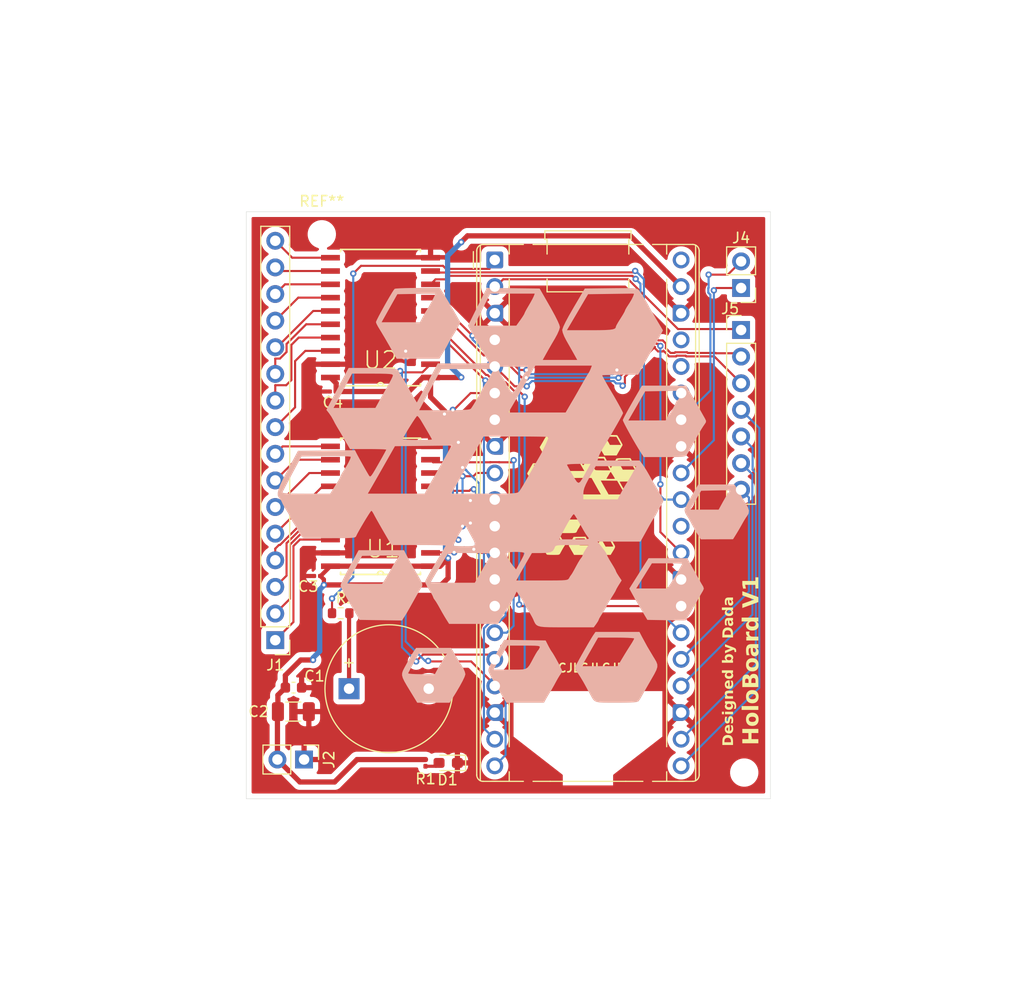
<source format=kicad_pcb>
(kicad_pcb (version 20241229) (generator "pcbnew") (generator_version "9.0")
  (layers (0 "F.Cu" signal "Front") (4 "In1.Cu" signal) (6 "In2.Cu" signal) (2 "B.Cu" signal "Back") (13 "F.Paste" user) (15 "B.Paste" user) (5 "F.SilkS" user "F.Silkscreen") (7 "B.SilkS" user "B.Silkscreen") (1 "F.Mask" user) (3 "B.Mask" user) (25 "Edge.Cuts" user))
  (net 0 "")
  (net 1 "GND")
  (net 2 "RGB-9")
  (net 4 "RGB-2")
  (net 5 "RGB-13")
  (net 7 "RGB-3")
  (net 8 "U1-VCC")
  (net 9 "RGB-1")
  (net 11 "RGB-6")
  (net 12 "RGB-8")
  (net 13 "RGB-5")
  (net 14 "RGB-10")
  (net 15 "RGB-15")
  (net 16 "RGB-14")
  (net 17 "RGB-7")
  (net 18 "RGB-12")
  (net 19 "RGB-4")
  (net 20 "RGB-0")
  (net 22 "RGB-11")
  (net 23 "Net-(D1-A)")
  (net 24 "Layer-6")
  (net 25 "Layer-9")
  (net 26 "Layer-3")
  (net 27 "Layer-5")
  (net 28 "Layer-10")
  (net 29 "Layer-12")
  (net 30 "Layer-8")
  (net 31 "Layer-0")
  (net 32 "Layer-2")
  (net 33 "Layer-1")
  (net 34 "Layer-11")
  (net 35 "Layer-7")
  (net 36 "Layer-14")
  (net 37 "Layer-13")
  (net 38 "Layer-15")
  (net 39 "Layer-4")
  (net 40 "Aux-5")
  (net 41 "Aux-4")
  (net 42 "Aux-1")
  (net 43 "Aux_ADC-0")
  (net 44 "Run")
  (net 45 "Aux-6")
  (net 46 "Aux-3")
  (net 47 "Aux-7")
  (net 48 "Aux-2")
  (net 49 "Aux-0")
  (net 50 "Aux_ADC-1")
  (net 51 "Net-(BZ1-+)")
  (footprint "Resistor_SMD:R_0603_1608Metric" (layer "F.Cu") (at 123 88.3)
    (property "Reference" "R2")
    (property "Value" "100")
  )
  (footprint "MountingHole:MountingHole_2.2mm_M2" (layer "F.Cu") (at 121.2 52.15)
    (property "Reference" "REF**")
    (property "Value" "MountingHole_2.2mm_M2")
  )
  (footprint "Capacitor_SMD:C_0201_0603Metric" (layer "F.Cu") (at 120.75 84.75 180)
    (property "Reference" "C3")
    (property "Value" "0.1 µF")
  )
  (footprint "LED_SMD:LED_0603_1608Metric_Pad1.05x0.95mm_HandSolder" (layer "F.Cu") (at 133.26 102.58 180)
    (property "Reference" "D1")
    (property "Value" "LED")
  )
  (footprint "Capacitor_SMD:C_0603_1608Metric" (layer "F.Cu") (at 118.5 95.4)
    (property "Reference" "C1")
    (property "Value" "0.1 µF")
  )
  (footprint "Resistor_SMD:R_0201_0603Metric" (layer "F.Cu") (at 131.09 102.58 90)
    (property "Reference" "R1")
    (property "Value" "470")
  )
  (footprint "74HCT245D:SOIC127P1032X265-20N" (layer "F.Cu") (at 126.8 78.1 180)
    (property "Reference" "U1")
    (property "Value" "74HCT245D")
  )
  (footprint "Connector_PinHeader_2.54mm:PinHeader_1x16_P2.54mm_Vertical" (layer "F.Cu") (at 116.76 90.87 180)
    (property "Reference" "J1")
    (property "Value" "Conn_01x16_Pin")
  )
  (footprint "Capacitor_SMD:C_0201_0603Metric" (layer "F.Cu") (at 122.25 67.15 180)
    (property "Reference" "C4")
    (property "Value" "0.1 µF")
  )
  (footprint "Capacitor_SMD:C_1206_3216Metric" (layer "F.Cu") (at 118.487 97.686)
    (property "Reference" "C2")
    (property "Value" "10 µF")
  )
  (footprint "74HCT245D:SOIC127P1032X265-20N" (layer "F.Cu") (at 126.8 60.1 180)
    (property "Reference" "U2")
    (property "Value" "74HCT245D")
  )
  (footprint "Module:RaspberryPi_Pico_Common_THT" (layer "F.Cu") (at 137.7 54.6)
    (property "Reference" "A1" (hide yes))
    (property "Value" "RaspberryPi_Pico_W")
  )
  (footprint "Connector_PinHeader_2.54mm:PinHeader_1x07_P2.54mm_Vertical" (layer "F.Cu") (at 161.2 61.28)
    (property "Reference" "J5")
    (property "Value" "Digital Pins")
  )
  (footprint "LOGO" (layer "F.Cu") (at 146.1 77)
    (property "Reference" "G***" (hide yes))
    (property "Value" "LOGO" (hide yes))
  )
  (footprint "Connector_PinHeader_2.54mm:PinHeader_1x02_P2.54mm_Vertical" (layer "F.Cu") (at 119.508 102.258 -90)
    (property "Reference" "J2")
    (property "Value" "Power Rail")
  )
  (footprint "Buzzer_Beeper:Buzzer_12x9.5RM7.6" (layer "F.Cu") (at 123.8 95.5)
    (property "Reference" "BZ1")
    (property "Value" "Buzzer")
  )
  (footprint "MountingHole:MountingHole_2.2mm_M2" (layer "F.Cu") (at 161.5 103.5)
    (property "Reference" "REF**" (hide yes))
    (property "Value" "MountingHole_2.2mm_M2")
  )
  (footprint "Connector_PinHeader_2.54mm:PinHeader_1x02_P2.54mm_Vertical" (layer "F.Cu") (at 161.2 57.275 180)
    (property "Reference" "J4")
    (property "Value" "Analog Pins")
  )
  (footprint "LOGO" (layer "B.Cu") (at 139.5 77 180)
    (property "Reference" "G***" (hide yes))
    (property "Value" "LOGO" (hide yes))
  )
  (gr_line (start 114 106) (end 114 50) (stroke (width 0.0381)) (layer "Edge.Cuts"))
  (gr_line (start 164 50) (end 164 106) (stroke (width 0.0381)) (layer "Edge.Cuts"))
  (gr_line (start 164 106) (end 114 106) (stroke (width 0.0381)) (layer "Edge.Cuts"))
  (gr_line (start 114 50) (end 164 50) (stroke (width 0.0381)) (layer "Edge.Cuts"))
  (gr_text "Designed by Dada" (at 160.6 101 90) (layer "F.SilkS") (effects (font (size 1 1) (thickness 0.1524) (bold yes)) (justify left bottom)))
  (gr_text "JLCJLCJLCJLC" (at 142.35 94 0) (layer "F.SilkS") (effects (font (size 0.8128 0.8128) (thickness 0.1524) (bold yes)) (justify left bottom)))
  (gr_text "HoloBoard V1" (at 163.1 100.9 90) (layer "F.SilkS") (effects (font (size 1.5 1.5) (thickness 0.1524) (bold yes)) (justify left bottom)))
  (segment (start 137.7 95.15) (end 137.7 95.24) (width 0.2) (layer "F.Cu") (net 2))
  (segment (start 131.35 92.85) (end 131.4 92.9) (width 0.2) (layer "F.Cu") (net 2))
  (segment (start 131.5752 63.275) (end 129.225 63.275) (width 0.2) (layer "F.Cu") (net 2))
  (segment (start 131.4 92.9) (end 135.45 92.9) (width 0.2) (layer "F.Cu") (net 2))
  (segment (start 135.45 92.9) (end 137.7 95.15) (width 0.2) (layer "F.Cu") (net 2))
  (segment (start 129.225 63.275) (end 129.2 63.3) (width 0.2) (layer "F.Cu") (net 2))
  (via (at 129.2 63.3) (size 0.6) (drill 0.3) (layers "F.Cu" "B.Cu") (net 2))
  (via (at 131.35 92.85) (size 0.6) (drill 0.3) (layers "F.Cu" "B.Cu") (net 2))
  (segment (start 129.2 91) (end 129.2 63.3) (width 0.2) (layer "B.Cu") (net 2))
  (segment (start 131.05 92.85) (end 129.2 91) (width 0.2) (layer "B.Cu") (net 2))
  (segment (start 131.35 92.85) (end 131.05 92.85) (width 0.2) (layer "B.Cu") (net 2))
  (segment (start 131.5752 80.005) (end 134.622 80.005) (width 0.2) (layer "F.Cu") (net 4))
  (segment (start 135.669351 75.230649) (end 135.98 74.92) (width 0.2) (layer "F.Cu") (net 4))
  (segment (start 135.98 74.92) (end 137.7 74.92) (width 0.2) (layer "F.Cu") (net 4))
  (segment (start 134.627 75.230649) (end 135.669351 75.230649) (width 0.2) (layer "F.Cu") (net 4))
  (segment (start 134.622 80.005) (end 134.627 80) (width 0.2) (layer "F.Cu") (net 4))
  (via (at 134.627 80) (size 0.6) (drill 0.3) (layers "F.Cu" "B.Cu") (net 4))
  (via (at 134.627 75.230649) (size 0.6) (drill 0.3) (layers "F.Cu" "B.Cu") (net 4))
  (segment (start 134.627 80) (end 134.627 75.230649) (width 0.2) (layer "B.Cu") (net 4))
  (segment (start 132.4203 58.9703) (end 131.945 58.495) (width 0.2) (layer "F.Cu") (net 5))
  (segment (start 140.028 87.472) (end 140.176 87.62) (width 0.2) (layer "F.Cu") (net 5))
  (segment (start 132.7203 58.9703) (end 132.4203 58.9703) (width 0.2) (layer "F.Cu") (net 5))
  (segment (start 131.945 58.195) (end 131.5752 58.195) (width 0.127) (layer "F.Cu") (net 5))
  (segment (start 135.575 61.825) (end 132.7203 58.9703) (width 0.2) (layer "F.Cu") (net 5))
  (segment (start 131.945 58.495) (end 131.945 58.195) (width 0.2) (layer "F.Cu") (net 5))
  (segment (start 140.176 87.62) (end 155.48 87.62) (width 0.2) (layer "F.Cu") (net 5))
  (via (at 135.575 61.825) (size 0.6) (drill 0.3) (layers "F.Cu" "B.Cu") (net 5))
  (via (at 140.028 87.472) (size 0.6) (drill 0.3) (layers "F.Cu" "B.Cu") (net 5))
  (segment (start 135.575 61.825) (end 135.575 62.179708) (width 0.2) (layer "B.Cu") (net 5))
  (segment (start 140.028 64.578) (end 140.028 87.472) (width 0.2) (layer "B.Cu") (net 5))
  (segment (start 139.9 87.6) (end 140.028 87.472) (width 0.2) (layer "B.Cu") (net 5))
  (segment (start 138.85 63.4) (end 140.028 64.578) (width 0.2) (layer "B.Cu") (net 5))
  (segment (start 135.575 62.179708) (end 136.795292 63.4) (width 0.2) (layer "B.Cu") (net 5))
  (segment (start 136.795292 63.4) (end 138.85 63.4) (width 0.2) (layer "B.Cu") (net 5))
  (segment (start 136.425 78.735) (end 137.7 77.46) (width 0.2) (layer "F.Cu") (net 7))
  (segment (start 131.5752 78.735) (end 136.425 78.735) (width 0.2) (layer "F.Cu") (net 7))
  (segment (start 119.11 104.4) (end 116.968 102.258) (width 0.5) (layer "F.Cu") (net 8))
  (segment (start 135.1 52.3) (end 134.5 52.9) (width 0.5) (layer "F.Cu") (net 8))
  (segment (start 131.5752 67.6752) (end 131.5752 65.815) (width 0.5) (layer "F.Cu") (net 8))
  (segment (start 122.42 104.4) (end 119.11 104.4) (width 0.5) (layer "F.Cu") (net 8))
  (segment (start 122.57 66.3602) (end 122.0248 65.815) (width 0.5) (layer "F.Cu") (net 8))
  (segment (start 117.725 94.225) (end 117.725 95.4) (width 0.5) (layer "F.Cu") (net 8))
  (segment (start 134.485 65.815) (end 134.5 65.8) (width 0.4) (layer "F.Cu") (net 8))
  (segment (start 120.3625 92.7625) (end 119.1875 92.7625) (width 0.5) (layer "F.Cu") (net 8))
  (segment (start 121.4 85.08) (end 121.07 84.75) (width 0.4) (layer "F.Cu") (net 8))
  (segment (start 121.07 84.75) (end 121.0898 84.75) (width 0.4) (layer "F.Cu") (net 8))
  (segment (start 129.5 67.15) (end 122.57 67.15) (width 0.5) (layer "F.Cu") (net 8))
  (segment (start 132.9 69.3) (end 132.9 69) (width 0.5) (layer "F.Cu") (net 8))
  (segment (start 133 69.4) (end 132.9 69.3) (width 0.3) (layer "F.Cu") (net 8))
  (segment (start 116.968 97.73) (end 117.012 97.686) (width 0.2) (layer "F.Cu") (net 8))
  (segment (start 132.9 69) (end 131.5752 67.6752) (width 0.5) (layer "F.Cu") (net 8))
  (segment (start 121.4 85.6) (end 132.6 85.6) (width 0.5) (layer "F.Cu") (net 8))
  (segment (start 130.835 65.815) (end 129.5 67.15) (width 0.5) (layer "F.Cu") (net 8))
  (segment (start 122.57 67.15) (end 122.57 66.3602) (width 0.5) (layer "F.Cu") (net 8))
  (segment (start 132.6 85.6) (end 133.25 84.95) (width 0.5) (layer "F.Cu") (net 8))
  (segment (start 117.012 97.686) (end 117.012 96.113) (width 0.5) (layer "F.Cu") (net 8))
  (segment (start 124.56 102.26) (end 122.42 104.4) (width 0.5) (layer "F.Cu") (net 8))
  (segment (start 121.0898 84.75) (end 122.0248 83.815) (width 0.4) (layer "F.Cu") (net 8))
  (segment (start 155.48 57.14) (end 150.64 52.3) (width 0.5) (layer "F.Cu") (net 8))
  (segment (start 121.4 85.6) (end 121.4 85.08) (width 0.4) (layer "F.Cu") (net 8))
  (segment (start 131.5752 83.815) (end 122.0248 83.815) (width 0.5) (layer "F.Cu") (net 8))
  (segment (start 131.5752 65.815) (end 134.485 65.815) (width 0.5) (layer "F.Cu") (net 8))
  (segment (start 133.25 84.95) (end 133.25 83.05) (width 0.5) (layer "F.Cu") (net 8))
  (segment (start 133.25 83.05) (end 132.485 83.815) (width 0.5) (layer "F.Cu") (net 8))
  (segment (start 122.0248 83.815) (end 121.685 83.815) (width 0.3) (layer "F.Cu") (net 8))
  (segment (start 150.64 52.3) (end 135.1 52.3) (width 0.5) (layer "F.Cu") (net 8))
  (segment (start 119.1875 92.7625) (end 117.725 94.225) (width 0.5) (layer "F.Cu") (net 8))
  (segment (start 131.09 102.26) (end 124.56 102.26) (width 0.5) (layer "F.Cu") (net 8))
  (segment (start 116.968 102.258) (end 116.968 97.73) (width 0.5) (layer "F.Cu") (net 8))
  (segment (start 117.012 96.113) (end 117.725 95.4) (width 0.5) (layer "F.Cu") (net 8))
  (segment (start 131.5752 65.815) (end 130.835 65.815) (width 0.5) (layer "F.Cu") (net 8))
  (segment (start 132.485 83.815) (end 131.5752 83.815) (width 0.5) (layer "F.Cu") (net 8))
  (via (at 121.4 85.6) (size 0.6) (drill 0.3) (layers "F.Cu" "B.Cu") (net 8))
  (via (at 134.5 52.9) (size 0.6) (drill 0.3) (layers "F.Cu" "B.Cu") (net 8))
  (via (at 120.3625 92.7625) (size 0.6) (drill 0.3) (layers "F.Cu" "B.Cu") (net 8))
  (via (at 132.9 69.3) (size 0.6) (drill 0.3) (layers "F.Cu" "B.Cu") (net 8))
  (via (at 134.5 65.8) (size 0.6) (drill 0.3) (layers "F.Cu" "B.Cu") (net 8))
  (via (at 133.25 83.05) (size 0.6) (drill 0.3) (layers "F.Cu" "B.Cu") (net 8))
  (segment (start 133.2 54.2) (end 133.2 64.5) (width 0.5) (layer "B.Cu") (net 8))
  (segment (start 121.4 85.65) (end 121 86.05) (width 0.5) (layer "B.Cu") (net 8))
  (segment (start 133 69.4) (end 133 82.8) (width 0.5) (layer "B.Cu") (net 8))
  (segment (start 133 82.8) (end 133.2 83) (width 0.5) (layer "B.Cu") (net 8))
  (segment (start 121 86.05) (end 121 91.925) (width 0.5) (layer "B.Cu") (net 8))
  (segment (start 121.4 85.6) (end 121.4 85.65) (width 0.4) (layer "B.Cu") (net 8))
  (segment (start 133.2 83) (end 133.25 83.05) (width 0.4) (layer "B.Cu") (net 8))
  (segment (start 134.5 52.9) (end 133.2 54.2) (width 0.5) (layer "B.Cu") (net 8))
  (segment (start 133.2 64.5) (end 134.5 65.8) (width 0.5) (layer "B.Cu") (net 8))
  (segment (start 121 91.925) (end 120.3625 92.5625) (width 0.5) (layer "B.Cu") (net 8))
  (segment (start 132.9 69.3) (end 133 69.4) (width 0.5) (layer "B.Cu") (net 8))
  (segment (start 120.3625 92.7625) (end 120.3625 92.5625) (width 0.3) (layer "B.Cu") (net 8))
  (segment (start 136.387 69.84) (end 137.7 69.84) (width 0.2) (layer "F.Cu") (net 9))
  (segment (start 134.202 81.275) (end 134.227 81.3) (width 0.2) (layer "F.Cu") (net 9))
  (segment (start 131.5752 81.275) (end 134.202 81.275) (width 0.2) (layer "F.Cu") (net 9))
  (segment (start 134.227 72) (end 136.387 69.84) (width 0.2) (layer "F.Cu") (net 9))
  (via (at 134.227 72) (size 0.6) (drill 0.3) (layers "F.Cu" "B.Cu") (net 9))
  (via (at 134.227 81.3) (size 0.6) (drill 0.3) (layers "F.Cu" "B.Cu") (net 9))
  (segment (start 134.1 81.173) (end 134.1 72) (width 0.2) (layer "B.Cu") (net 9))
  (segment (start 134.227 81.3) (end 134.1 81.173) (width 0.2) (layer "B.Cu") (net 9))
  (segment (start 134.1 72) (end 134.227 72) (width 0.2) (layer "B.Cu") (net 9))
  (segment (start 134.627 74.4) (end 134.102 74.925) (width 0.2) (layer "F.Cu") (net 11))
  (segment (start 134.102 74.925) (end 131.5752 74.925) (width 0.2) (layer "F.Cu") (net 11))
  (via (at 134.627 74.4) (size 0.6) (drill 0.3) (layers "F.Cu" "B.Cu") (net 11))
  (segment (start 134.998 74.698) (end 136.228 75.928) (width 0.2) (layer "B.Cu") (net 11))
  (segment (start 134.627 74.4) (end 134.827 74.6) (width 0.2) (layer "B.Cu") (net 11))
  (segment (start 134.998 74.673) (end 134.998 74.698) (width 0.2) (layer "B.Cu") (net 11))
  (segment (start 136.228 86.148) (end 137.7 87.62) (width 0.2) (layer "B.Cu") (net 11))
  (segment (start 134.925 74.6) (end 134.998 74.673) (width 0.2) (layer "B.Cu") (net 11))
  (segment (start 136.228 75.928) (end 136.228 86.148) (width 0.2) (layer "B.Cu") (net 11))
  (segment (start 134.827 74.6) (end 134.925 74.6) (width 0.2) (layer "B.Cu") (net 11))
  (segment (start 130.7999 65.3203) (end 128.8053 65.3203) (width 0.2) (layer "F.Cu") (net 12))
  (segment (start 137.25 92.25) (end 137.7 92.7) (width 0.2) (layer "F.Cu") (net 12))
  (segment (start 130.85 92.25) (end 137.25 92.25) (width 0.2) (layer "F.Cu") (net 12))
  (segment (start 128.8053 65.3203) (end 128.673 65.188) (width 0.2) (layer "F.Cu") (net 12))
  (segment (start 130.2 92.9) (end 130.85 92.25) (width 0.2) (layer "F.Cu") (net 12))
  (segment (start 131.5752 64.545) (end 130.7999 65.3203) (width 0.2) (layer "F.Cu") (net 12))
  (via (at 128.673 65.188) (size 0.6) (drill 0.3) (layers "F.Cu" "B.Cu") (net 12))
  (via (at 130.2 92.9) (size 0.6) (drill 0.3) (layers "F.Cu" "B.Cu") (net 12))
  (segment (start 128.85 91.55) (end 130.2 92.9) (width 0.2) (layer "B.Cu") (net 12))
  (segment (start 128.673 65.188) (end 128.85 65.365) (width 0.2) (layer "B.Cu") (net 12))
  (segment (start 128.85 65.365) (end 128.85 91.55) (width 0.2) (layer "B.Cu") (net 12))
  (segment (start 132.0082 76.628) (end 131.5752 76.195) (width 0.2) (layer "F.Cu") (net 13))
  (segment (start 135.7 82.2) (end 136.04 82.54) (width 0.2) (layer "F.Cu") (net 13))
  (segment (start 136.04 82.54) (end 137.7 82.54) (width 0.2) (layer "F.Cu") (net 13))
  (segment (start 135.701 76.472646) (end 135.427354 76.472646) (width 0.2) (layer "F.Cu") (net 13))
  (segment (start 135.272 76.628) (end 132.0082 76.628) (width 0.2) (layer "F.Cu") (net 13))
  (segment (start 135.427354 76.472646) (end 135.272 76.628) (width 0.2) (layer "F.Cu") (net 13))
  (via (at 135.701 76.472646) (size 0.6) (drill 0.3) (layers "F.Cu" "B.Cu") (net 13))
  (via (at 135.7 82.2) (size 0.6) (drill 0.3) (layers "F.Cu" "B.Cu") (net 13))
  (segment (start 135.9 82) (end 135.7 82.2) (width 0.2) (layer "B.Cu") (net 13))
  (segment (start 135.9 76.645292) (end 135.9 82) (width 0.2) (layer "B.Cu") (net 13))
  (segment (start 135.701 76.472646) (end 135.727354 76.472646) (width 0.2) (layer "B.Cu") (net 13))
  (segment (start 135.727354 76.472646) (end 135.9 76.645292) (width 0.2) (layer "B.Cu") (net 13))
  (segment (start 131.5752 62.005) (end 132.705 62.005) (width 0.2) (layer "F.Cu") (net 14))
  (segment (start 132.705 62.005) (end 136.8 66.1) (width 0.2) (layer "F.Cu") (net 14))
  (via (at 136.8 66.1) (size 0.6) (drill 0.3) (layers "F.Cu" "B.Cu") (net 14))
  (segment (start 136.667 85.507884) (end 137.751116 86.592) (width 0.2) (layer "B.Cu") (net 14))
  (segment (start 136.8 66.1) (end 136.667 66.233) (width 0.2) (layer "B.Cu") (net 14))
  (segment (start 138.125812 86.592) (end 138.728 87.194188) (width 0.2) (layer "B.Cu") (net 14))
  (segment (start 138.728 87.194188) (end 138.728 88.529812) (width 0.2) (layer "B.Cu") (net 14))
  (segment (start 138.728 88.529812) (end 138.125812 89.132) (width 0.2) (layer "B.Cu") (net 14))
  (segment (start 137.274188 89.132) (end 136.667 89.739188) (width 0.2) (layer "B.Cu") (net 14))
  (segment (start 137.751116 86.592) (end 138.125812 86.592) (width 0.2) (layer "B.Cu") (net 14))
  (segment (start 136.667 89.739188) (end 136.667 99.287) (width 0.2) (layer "B.Cu") (net 14))
  (segment (start 136.667 66.233) (end 136.667 85.507884) (width 0.2) (layer "B.Cu") (net 14))
  (segment (start 138.125812 89.132) (end 137.274188 89.132) (width 0.2) (layer "B.Cu") (net 14))
  (segment (start 136.667 99.287) (end 137.7 100.32) (width 0.2) (layer "B.Cu") (net 14))
  (segment (start 133.186138 55.8) (end 131.7202 55.8) (width 0.2) (layer "F.Cu") (net 15))
  (segment (start 131.7202 55.8) (end 131.5752 55.655) (width 0.2) (layer "F.Cu") (net 15))
  (segment (start 150.954578 55.790069) (end 150.94851 55.784) (width 0.2) (layer "F.Cu") (net 15))
  (segment (start 150.94851 55.784) (end 133.202138 55.784) (width 0.2) (layer "F.Cu") (net 15))
  (segment (start 151.096 55.648647) (end 150.954578 55.790069) (width 0.2) (layer "F.Cu") (net 15))
  (segment (start 133.202138 55.784) (end 133.186138 55.8) (width 0.2) (layer "F.Cu") (net 15))
  (via (at 151.096 55.648647) (size 0.6) (drill 0.3) (layers "F.Cu" "B.Cu") (net 15))
  (segment (start 153.86 77.46) (end 155.48 77.46) (width 0.2) (layer "B.Cu") (net 15))
  (segment (start 151.148647 55.648647) (end 151.928 56.428) (width 0.2) (layer "B.Cu") (net 15))
  (segment (start 151.096 55.648647) (end 151.148647 55.648647) (width 0.2) (layer "B.Cu") (net 15))
  (segment (start 151.928 56.428) (end 151.928 75.528) (width 0.2) (layer "B.Cu") (net 15))
  (segment (start 151.928 75.528) (end 153.86 77.46) (width 0.2) (layer "B.Cu") (net 15))
  (segment (start 149.928 65.422) (end 149.976567 65.422) (width 0.2) (layer "F.Cu") (net 16))
  (segment (start 153.5 76) (end 153.5 80.56) (width 0.2) (layer "F.Cu") (net 16))
  (segment (start 153.3 62.6) (end 153.5 62.8) (width 0.2) (layer "F.Cu") (net 16))
  (segment (start 138.15 63.7) (end 140.275509 65.825509) (width 0.2) (layer "F.Cu") (net 16))
  (segment (start 136.65 63.7) (end 138.15 63.7) (width 0.2) (layer "F.Cu") (net 16))
  (segment (start 152.836138 62.562429) (end 153.107862 62.562429) (width 0.2) (layer "F.Cu") (net 16))
  (segment (start 132.415 59.465) (end 136.65 63.7) (width 0.2) (layer "F.Cu") (net 16))
  (segment (start 131.5752 59.465) (end 132.415 59.465) (width 0.2) (layer "F.Cu") (net 16))
  (segment (start 153.107862 62.562429) (end 153.145433 62.6) (width 0.2) (layer "F.Cu") (net 16))
  (segment (start 149.5 65.85) (end 149.928 65.422) (width 0.2) (layer "F.Cu") (net 16))
  (segment (start 140.275509 65.825509) (end 140.698143 65.825509) (width 0.2) (layer "F.Cu") (net 16))
  (segment (start 153.5 80.56) (end 155.48 82.54) (width 0.2) (layer "F.Cu") (net 16))
  (segment (start 153.145433 62.6) (end 153.3 62.6) (width 0.2) (layer "F.Cu") (net 16))
  (segment (start 149.976567 65.422) (end 152.836138 62.562429) (width 0.2) (layer "F.Cu") (net 16))
  (via (at 140.698143 65.825509) (size 0.6) (drill 0.3) (layers "F.Cu" "B.Cu") (net 16))
  (via (at 149.5 65.85) (size 0.6) (drill 0.3) (layers "F.Cu" "B.Cu") (net 16))
  (via (at 153.5 62.8) (size 0.6) (drill 0.3) (layers "F.Cu" "B.Cu") (net 16))
  (via (at 153.5 76) (size 0.6) (drill 0.3) (layers "F.Cu" "B.Cu") (net 16))
  (segment (start 153.5 62.8) (end 153.5 76) (width 0.2) (layer "B.Cu") (net 16))
  (segment (start 149.475509 65.825509) (end 149.5 65.85) (width 0.2) (layer "B.Cu") (net 16))
  (segment (start 140.698143 65.825509) (end 149.475509 65.825509) (width 0.2) (layer "B.Cu") (net 16))
  (segment (start 138.133812 73.9) (end 139.3 73.9) (width 0.2) (layer "F.Cu") (net 17))
  (segment (start 134.408295 73.872) (end 134.845705 73.872) (width 0.2) (layer "F.Cu") (net 17))
  (segment (start 134.873705 73.9) (end 137.266188 73.9) (width 0.2) (layer "F.Cu") (net 17))
  (segment (start 137.266188 73.9) (end 137.274188 73.892) (width 0.2) (layer "F.Cu") (net 17))
  (segment (start 134.845705 73.872) (end 134.873705 73.9) (width 0.2) (layer "F.Cu") (net 17))
  (segment (start 137.274188 73.892) (end 138.125812 73.892) (width 0.2) (layer "F.Cu") (net 17))
  (segment (start 131.8202 73.9) (end 134.380295 73.9) (width 0.2) (layer "F.Cu") (net 17))
  (segment (start 134.380295 73.9) (end 134.408295 73.872) (width 0.2) (layer "F.Cu") (net 17))
  (segment (start 131.5752 73.655) (end 131.8202 73.9) (width 0.2) (layer "F.Cu") (net 17))
  (segment (start 138.125812 73.892) (end 138.133812 73.9) (width 0.2) (layer "F.Cu") (net 17))
  (segment (start 139.3 73.9) (end 139.5 73.7) (width 0.2) (layer "F.Cu") (net 17))
  (via (at 139.5 73.7) (size 0.6) (drill 0.3) (layers "F.Cu" "B.Cu") (net 17))
  (segment (start 139.5 89.5) (end 138.84 90.16) (width 0.2) (layer "B.Cu") (net 17))
  (segment (start 138.84 90.16) (end 137.7 90.16) (width 0.2) (layer "B.Cu") (net 17))
  (segment (start 139.5 73.7) (end 139.5 89.5) (width 0.2) (layer "B.Cu") (net 17))
  (segment (start 133 56.45) (end 132.0502 56.45) (width 0.2) (layer "F.Cu") (net 18))
  (segment (start 132.0502 56.45) (end 131.5752 56.925) (width 0.2) (layer "F.Cu") (net 18))
  (segment (start 150.909583 56.176647) (end 150.877295 56.176647) (width 0.2) (layer "F.Cu") (net 18))
  (segment (start 133.338 56.112) (end 133 56.45) (width 0.2) (layer "F.Cu") (net 18))
  (segment (start 150.877295 56.176647) (end 150.812648 56.112) (width 0.2) (layer "F.Cu") (net 18))
  (segment (start 151.141468 56.408532) (end 150.909583 56.176647) (width 0.2) (layer "F.Cu") (net 18))
  (segment (start 150.812648 56.112) (end 133.338 56.112) (width 0.2) (layer "F.Cu") (net 18))
  (via (at 151.141468 56.408532) (size 0.6) (drill 0.3) (layers "F.Cu" "B.Cu") (net 18))
  (segment (start 151.6 56.871028) (end 151.6 86.28) (width 0.2) (layer "B.Cu") (net 18))
  (segment (start 151.6 86.28) (end 155.48 90.16) (width 0.2) (layer "B.Cu") (net 18))
  (segment (start 151.141468 56.412496) (end 151.6 56.871028) (width 0.2) (layer "B.Cu") (net 18))
  (segment (start 151.141468 56.408532) (end 151.141468 56.412496) (width 0.2) (layer "B.Cu") (net 18))
  (segment (start 135.7 80) (end 137.7 80) (width 0.2) (layer "F.Cu") (net 19))
  (segment (start 135.4 79.7) (end 135.7 80) (width 0.2) (layer "F.Cu") (net 19))
  (segment (start 135.089 77.465) (end 131.5752 77.465) (width 0.2) (layer "F.Cu") (net 19))
  (segment (start 135.373 77.55) (end 135.174 77.55) (width 0.2) (layer "F.Cu") (net 19))
  (segment (start 135.373 79.7) (end 135.4 79.7) (width 0.2) (layer "F.Cu") (net 19))
  (segment (start 135.174 77.55) (end 135.089 77.465) (width 0.2) (layer "F.Cu") (net 19))
  (via (at 135.373 77.55) (size 0.6) (drill 0.3) (layers "F.Cu" "B.Cu") (net 19))
  (via (at 135.373 79.7) (size 0.6) (drill 0.3) (layers "F.Cu" "B.Cu") (net 19))
  (segment (start 135.373 77.55) (end 135.373 79.7) (width 0.2) (layer "B.Cu") (net 19))
  (segment (start 131.5752 82.545) (end 131.6202 82.5) (width 0.2) (layer "F.Cu") (net 20))
  (segment (start 133.7 68.9) (end 133.8 68.9) (width 0.2) (layer "F.Cu") (net 20))
  (segment (start 131.6202 82.5) (end 133.827 82.5) (width 0.2) (layer "F.Cu") (net 20))
  (segment (start 133.8 68.9) (end 135.4 67.3) (width 0.2) (layer "F.Cu") (net 20))
  (segment (start 131.5752 82.545) (end 132.2102 82.545) (width 0.2) (layer "F.Cu") (net 20))
  (segment (start 135.4 67.3) (end 137.7 67.3) (width 0.2) (layer "F.Cu") (net 20))
  (via (at 133.7 68.9) (size 0.6) (drill 0.3) (layers "F.Cu" "B.Cu") (net 20))
  (via (at 133.827 82.5) (size 0.6) (drill 0.3) (layers "F.Cu" "B.Cu") (net 20))
  (segment (start 133.7 82.373) (end 133.7 68.9) (width 0.2) (layer "B.Cu") (net 20))
  (segment (start 133.827 82.5) (end 133.7 82.373) (width 0.2) (layer "B.Cu") (net 20))
  (segment (start 140.555 67.65) (end 140.055 67.15) (width 0.2) (layer "F.Cu") (net 22))
  (segment (start 137.328 65.881295) (end 137.018705 65.572) (width 0.2) (layer "F.Cu") (net 22))
  (segment (start 140.055 67.15) (end 139.6 67.15) (width 0.2) (layer "F.Cu") (net 22))
  (segment (start 132.035 60.735) (end 131.5752 60.735) (width 0.2) (layer "F.Cu") (net 22))
  (segment (start 137.018705 65.572) (end 136.872 65.572) (width 0.2) (layer "F.Cu") (net 22))
  (segment (start 137.572 66.272) (end 137.328 66.028) (width 0.2) (layer "F.Cu") (net 22))
  (segment (start 136.872 65.572) (end 132.035 60.735) (width 0.2) (layer "F.Cu") (net 22))
  (segment (start 139.6 67.15) (end 138.722 66.272) (width 0.2) (layer "F.Cu") (net 22))
  (segment (start 138.722 66.272) (end 137.572 66.272) (width 0.2) (layer "F.Cu") (net 22))
  (segment (start 137.328 66.028) (end 137.328 65.881295) (width 0.2) (layer "F.Cu") (net 22))
  (via (at 140.555 67.65) (size 0.6) (drill 0.3) (layers "F.Cu" "B.Cu") (net 22))
  (segment (start 138.733 96.344164) (end 138.733 101.827) (width 0.2) (layer "B.Cu") (net 22))
  (segment (start 140.477164 94.6) (end 138.733 96.344164) (width 0.2) (layer "B.Cu") (net 22))
  (segment (start 140.555 67.65) (end 140.555 94.545) (width 0.2) (layer "B.Cu") (net 22))
  (segment (start 140.5 94.6) (end 140.477164 94.6) (width 0.2) (layer "B.Cu") (net 22))
  (segment (start 138.733 101.827) (end 137.7 102.86) (width 0.2) (layer "B.Cu") (net 22))
  (segment (start 140.555 94.545) (end 140.5 94.6) (width 0.2) (layer "B.Cu") (net 22))
  (segment (start 131.09 102.9) (end 132.065 102.9) (width 0.3) (layer "F.Cu") (net 23))
  (segment (start 132.065 102.9) (end 132.385 102.58) (width 0.2) (layer "F.Cu") (net 23))
  (segment (start 122.0248 73.655) (end 118.735 73.655) (width 0.2) (layer "F.Cu") (net 24))
  (segment (start 118.735 73.655) (end 116.76 75.63) (width 0.2) (layer "F.Cu") (net 24))
  (segment (start 118.995 62.005) (end 122.0248 62.005) (width 0.2) (layer "F.Cu") (net 25))
  (segment (start 116.76 68.01) (end 116.76 66.548) (width 0.2) (layer "F.Cu") (net 25))
  (segment (start 118.3 66.05) (end 118.3 62.7) (width 0.2) (layer "F.Cu") (net 25))
  (segment (start 116.76 66.548) (end 117.802 66.548) (width 0.2) (layer "F.Cu") (net 25))
  (segment (start 118.3 62.7) (end 118.995 62.005) (width 0.2) (layer "F.Cu") (net 25))
  (segment (start 117.802 66.548) (end 118.3 66.05) (width 0.2) (layer "F.Cu") (net 25))
  (segment (start 117.112 81.788) (end 116.76 82.14) (width 0.2) (layer "F.Cu") (net 26))
  (segment (start 117.209261 81.788) (end 117.112 81.788) (width 0.2) (layer "F.Cu") (net 26))
  (segment (start 122.0248 77.465) (end 121.532261 77.465) (width 0.2) (layer "F.Cu") (net 26))
  (segment (start 116.76 82.14) (end 116.76 83.25) (width 0.2) (layer "F.Cu") (net 26))
  (segment (start 121.532261 77.465) (end 117.209261 81.788) (width 0.2) (layer "F.Cu") (net 26))
  (segment (start 122.0248 74.925) (end 120.005 74.925) (width 0.2) (layer "F.Cu") (net 27))
  (segment (start 120.005 74.925) (end 116.76 78.17) (width 0.2) (layer "F.Cu") (net 27))
  (segment (start 116.76 64.008) (end 117.206523 64.008) (width 0.2) (layer "F.Cu") (net 28))
  (segment (start 119.715 60.735) (end 122.0248 60.735) (width 0.2) (layer "F.Cu") (net 28))
  (segment (start 117.838 62.612) (end 119.715 60.735) (width 0.2) (layer "F.Cu") (net 28))
  (segment (start 117.206523 64.008) (end 117.838 63.376523) (width 0.2) (layer "F.Cu") (net 28))
  (segment (start 116.76 65.47) (end 116.76 64.008) (width 0.2) (layer "F.Cu") (net 28))
  (segment (start 117.838 63.376523) (end 117.838 62.612) (width 0.2) (layer "F.Cu") (net 28))
  (segment (start 122.0248 58.195) (end 118.955 58.195) (width 0.2) (layer "F.Cu") (net 29))
  (segment (start 118.955 58.195) (end 116.76 60.39) (width 0.2) (layer "F.Cu") (net 29))
  (segment (start 116.76 70.55) (end 118.65 68.66) (width 0.2) (layer "F.Cu") (net 30))
  (segment (start 119.625 63.275) (end 122.0248 63.275) (width 0.2) (layer "F.Cu") (net 30))
  (segment (start 118.65 68.66) (end 118.65 64.25) (width 0.2) (layer "F.Cu") (net 30))
  (segment (start 118.65 64.25) (end 119.625 63.275) (width 0.2) (layer "F.Cu") (net 30))
  (segment (start 119.113847 81.275) (end 118.494 81.894847) (width 0.2) (layer "F.Cu") (net 31))
  (segment (start 122.0248 81.275) (end 119.113847 81.275) (width 0.2) (layer "F.Cu") (net 31))
  (segment (start 118.494 81.894847) (end 118.494 89.136) (width 0.2) (layer "F.Cu") (net 31))
  (segment (start 118.494 89.136) (end 116.76 90.87) (width 0.2) (layer "F.Cu") (net 31))
  (segment (start 120.726123 78.735) (end 117.838 81.623123) (width 0.2) (layer "F.Cu") (net 32))
  (segment (start 122.0248 78.735) (end 120.726123 78.735) (width 0.2) (layer "F.Cu") (net 32))
  (segment (start 117.838 81.623123) (end 117.838 84.712) (width 0.2) (layer "F.Cu") (net 32))
  (segment (start 117.838 84.712) (end 116.76 85.79) (width 0.2) (layer "F.Cu") (net 32))
  (segment (start 122.0248 80.005) (end 119.919985 80.005) (width 0.2) (layer "F.Cu") (net 33))
  (segment (start 118.166 81.758985) (end 118.166 86.924) (width 0.2) (layer "F.Cu") (net 33))
  (segment (start 119.919985 80.005) (end 118.166 81.758985) (width 0.2) (layer "F.Cu") (net 33))
  (segment (start 118.166 86.924) (end 116.76 88.33) (width 0.2) (layer "F.Cu") (net 33))
  (segment (start 120.3815 59.465) (end 116.9165 62.93) (width 0.2) (layer "F.Cu") (net 34))
  (segment (start 122.0248 59.465) (end 120.3815 59.465) (width 0.2) (layer "F.Cu") (net 34))
  (segment (start 116.9165 62.93) (end 116.76 62.93) (width 0.127) (layer "F.Cu") (net 34))
  (segment (start 117.465 72.385) (end 116.76 73.09) (width 0.2) (layer "F.Cu") (net 35))
  (segment (start 122.0248 72.385) (end 117.465 72.385) (width 0.2) (layer "F.Cu") (net 35))
  (segment (start 122.0248 55.655) (end 117.105 55.655) (width 0.2) (layer "F.Cu") (net 36))
  (segment (start 117.105 55.655) (end 116.76 55.31) (width 0.2) (layer "F.Cu") (net 36))
  (segment (start 122.0248 56.925) (end 117.685 56.925) (width 0.2) (layer "F.Cu") (net 37))
  (segment (start 117.685 56.925) (end 116.76 57.85) (width 0.2) (layer "F.Cu") (net 37))
  (segment (start 118.375 54.385) (end 116.76 52.77) (width 0.2) (layer "F.Cu") (net 38))
  (segment (start 122.0248 54.385) (end 118.375 54.385) (width 0.2) (layer "F.Cu") (net 38))
  (segment (start 122.0248 76.195) (end 121.275 76.195) (width 0.2) (layer "F.Cu") (net 39))
  (segment (start 121.275 76.195) (end 116.76 80.71) (width 0.2) (layer "F.Cu") (net 39))
  (segment (start 161.2 71.44) (end 162.3 72.54) (width 0.2) (layer "B.Cu") (net 40))
  (segment (start 162.606 74.922138) (end 162.606 93.194) (width 0.2) (layer "B.Cu") (net 40))
  (segment (start 162.3 72.54) (end 162.3 74.616138) (width 0.2) (layer "B.Cu") (net 40))
  (segment (start 162.606 93.194) (end 155.48 100.32) (width 0.2) (layer "B.Cu") (net 40))
  (segment (start 162.3 74.616138) (end 162.606 74.922138) (width 0.2) (layer "B.Cu") (net 40))
  (segment (start 162.934 95.406) (end 155.48 102.86) (width 0.2) (layer "B.Cu") (net 41))
  (segment (start 162.934 70.634) (end 162.934 95.406) (width 0.2) (layer "B.Cu") (net 41))
  (segment (start 161.2 68.9) (end 162.934 70.634) (width 0.2) (layer "B.Cu") (net 41))
  (segment (start 155.179644 61.192) (end 150.427644 56.44) (width 0.2) (layer "F.Cu") (net 42))
  (segment (start 137.7 57.25) (end 137.7 57.14) (width 0.2) (layer "F.Cu") (net 42))
  (segment (start 138.51 56.44) (end 137.7 57.25) (width 0.2) (layer "F.Cu") (net 42))
  (segment (start 150.427644 56.44) (end 138.51 56.44) (width 0.2) (layer "F.Cu") (net 42))
  (segment (start 161.2 61.28) (end 161.112 61.192) (width 0.2) (layer "F.Cu") (net 42))
  (segment (start 161.112 61.192) (end 155.179644 61.192) (width 0.2) (layer "F.Cu") (net 42))
  (segment (start 158.825 57.275) (end 158.6 57.5) (width 0.2) (layer "F.Cu") (net 43))
  (segment (start 161.2 57.275) (end 158.825 57.275) (width 0.2) (layer "F.Cu") (net 43))
  (via (at 158.6 57.5) (size 0.6) (drill 0.3) (layers "F.Cu" "B.Cu") (net 43))
  (segment (start 158.6 71.8) (end 155.48 74.92) (width 0.2) (layer "B.Cu") (net 43))
  (segment (start 158.6 57.5) (end 158.6 71.8) (width 0.2) (layer "B.Cu") (net 43))
  (segment (start 161.2 73.98) (end 162.278 75.058) (width 0.2) (layer "B.Cu") (net 45))
  (segment (start 162.278 88.442) (end 155.48 95.24) (width 0.2) (layer "B.Cu") (net 45))
  (segment (start 162.278 75.058) (end 162.278 88.442) (width 0.2) (layer "B.Cu") (net 45))
  (segment (start 149.9 66.6) (end 150.112429 66.387571) (width 0.2) (layer "F.Cu") (net 46))
  (segment (start 154.986188 63.8) (end 154.336138 63.8) (width 0.2) (layer "F.Cu") (net 46))
  (segment (start 138.69 65.75) (end 139.59 66.65) (width 0.2) (layer "F.Cu") (net 46))
  (segment (start 155.054188 63.732) (end 154.986188 63.8) (width 0.2) (layer "F.Cu") (net 46))
  (segment (start 153.281295 63.328) (end 152.972 63.018705) (width 0.2) (layer "F.Cu") (net 46))
  (segment (start 161.2 66.36) (end 158.64 63.8) (width 0.2) (layer "F.Cu") (net 46))
  (segment (start 150.112429 66.387571) (end 150.112429 65.75) (width 0.2) (layer "F.Cu") (net 46))
  (segment (start 152.972 62.890429) (end 150.112429 65.75) (width 0.2) (layer "F.Cu") (net 46))
  (segment (start 138.69 65.75) (end 137.7 64.76) (width 0.2) (layer "F.Cu") (net 46))
  (segment (start 155.973812 63.8) (end 155.905812 63.732) (width 0.2) (layer "F.Cu") (net 46))
  (segment (start 154.336138 63.8) (end 153.791421 63.255283) (width 0.2) (layer "F.Cu") (net 46))
  (segment (start 158.64 63.8) (end 155.973812 63.8) (width 0.2) (layer "F.Cu") (net 46))
  (segment (start 139.59 66.65) (end 140.75 66.65) (width 0.2) (layer "F.Cu") (net 46))
  (segment (start 153.718705 63.328) (end 153.281295 63.328) (width 0.2) (layer "F.Cu") (net 46))
  (segment (start 153.791421 63.255283) (end 153.718705 63.328) (width 0.2) (layer "F.Cu") (net 46))
  (segment (start 152.972 63.018705) (end 152.972 62.890429) (width 0.2) (layer "F.Cu") (net 46))
  (segment (start 155.905812 63.732) (end 155.054188 63.732) (width 0.2) (layer "F.Cu") (net 46))
  (via (at 140.75 66.65) (size 0.6) (drill 0.3) (layers "F.Cu" "B.Cu") (net 46))
  (via (at 149.9 66.6) (size 0.6) (drill 0.3) (layers "F.Cu" "B.Cu") (net 46))
  (segment (start 149.056804 66.153509) (end 149.281295 66.378) (width 0.2) (layer "B.Cu") (net 46))
  (segment (start 149.678 66.378) (end 149.9 66.6) (width 0.2) (layer "B.Cu") (net 46))
  (segment (start 141.246491 66.153509) (end 149.056804 66.153509) (width 0.2) (layer "B.Cu") (net 46))
  (segment (start 149.281295 66.378) (end 149.678 66.378) (width 0.2) (layer "B.Cu") (net 46))
  (segment (start 140.75 66.65) (end 141.246491 66.153509) (width 0.2) (layer "B.Cu") (net 46))
  (segment (start 161.95 77.27) (end 161.95 86.23) (width 0.2) (layer "B.Cu") (net 47))
  (segment (start 161.2 76.52) (end 161.95 77.27) (width 0.2) (layer "B.Cu") (net 47))
  (segment (start 161.95 86.23) (end 155.48 92.7) (width 0.2) (layer "B.Cu") (net 47))
  (segment (start 153.718705 62.272) (end 154.028 62.581295) (width 0.2) (layer "F.Cu") (net 48))
  (segment (start 154.918326 63.404) (end 156.041674 63.404) (width 0.2) (layer "F.Cu") (net 48))
  (segment (start 153.281295 62.272) (end 153.718705 62.272) (width 0.2) (layer "F.Cu") (net 48))
  (segment (start 154.850326 63.472) (end 154.918326 63.404) (width 0.2) (layer "F.Cu") (net 48))
  (segment (start 158.775862 63.472) (end 158.803862 63.5) (width 0.2) (layer "F.Cu") (net 48))
  (segment (start 160.88 63.5) (end 161.2 63.82) (width 0.2) (layer "F.Cu") (net 48))
  (segment (start 154.023352 63.023352) (end 154.472 63.472) (width 0.2) (layer "F.Cu") (net 48))
  (segment (start 156.041674 63.404) (end 156.109674 63.472) (width 0.2) (layer "F.Cu") (net 48))
  (segment (start 140.044 65.094) (end 137.7 62.75) (width 0.2) (layer "F.Cu") (net 48))
  (segment (start 149.364002 65.084724) (end 149.831429 65.084724) (width 0.2) (layer "F.Cu") (net 48))
  (segment (start 149.35 65.098726) (end 149.364002 65.084724) (width 0.2) (layer "F.Cu") (net 48))
  (segment (start 152.700276 62.234429) (end 153.243724 62.234429) (width 0.2) (layer "F.Cu") (net 48))
  (segment (start 154.472 63.472) (end 154.850326 63.472) (width 0.2) (layer "F.Cu") (net 48))
  (segment (start 140.716013 65.098726) (end 140.711287 65.094) (width 0.2) (layer "F.Cu") (net 48))
  (segment (start 149.840705 65.094) (end 152.700276 62.234429) (width 0.2) (layer "F.Cu") (net 48))
  (segment (start 140.711287 65.094) (end 140.044 65.094) (width 0.2) (layer "F.Cu") (net 48))
  (segment (start 154.028 63.018705) (end 154.023352 63.023352) (width 0.2) (layer "F.Cu") (net 48))
  (segment (start 158.803862 63.5) (end 160.88 63.5) (width 0.2) (layer "F.Cu") (net 48))
  (segment (start 137.7 62.75) (end 137.7 62.22) (width 0.2) (layer "F.Cu") (net 48))
  (segment (start 153.243724 62.234429) (end 153.281295 62.272) (width 0.2) (layer "F.Cu") (net 48))
  (segment (start 156.109674 63.472) (end 158.775862 63.472) (width 0.2) (layer "F.Cu") (net 48))
  (segment (start 149.831429 65.084724) (end 149.840705 65.094) (width 0.2) (layer "F.Cu") (net 48))
  (segment (start 154.028 62.581295) (end 154.028 63.018705) (width 0.2) (layer "F.Cu") (net 48))
  (via (at 149.35 65.098726) (size 0.6) (drill 0.3) (layers "F.Cu" "B.Cu") (net 48))
  (via (at 140.716013 65.098726) (size 0.6) (drill 0.3) (layers "F.Cu" "B.Cu") (net 48))
  (segment (start 148.951217 65.497509) (end 141.116848 65.497509) (width 0.2) (layer "B.Cu") (net 48))
  (segment (start 141.116848 65.497509) (end 140.916848 65.297509) (width 0.2) (layer "B.Cu") (net 48))
  (segment (start 149.35 65.098726) (end 148.951217 65.497509) (width 0.2) (layer "B.Cu") (net 48))
  (segment (start 140.916848 65.297509) (end 140.914796 65.297509) (width 0.2) (layer "B.Cu") (net 48))
  (segment (start 140.914796 65.297509) (end 140.716013 65.098726) (width 0.2) (layer "B.Cu") (net 48))
  (segment (start 124.9397 55.1603) (end 132.7603 55.1603) (width 0.2) (layer "F.Cu") (net 49))
  (segment (start 137.2 55.45) (end 137.2 55.1) (width 0.2) (layer "F.Cu") (net 49))
  (segment (start 133.05 55.45) (end 137.2 55.45) (width 0.2) (layer "F.Cu") (net 49))
  (segment (start 124.2 55.9) (end 124.9397 55.1603) (width 0.2) (layer "F.Cu") (net 49))
  (segment (start 132.7603 55.1603) (end 133.05 55.45) (width 0.2) (layer "F.Cu") (net 49))
  (segment (start 122.175 86.9) (end 122.175 88.3) (width 0.2) (layer "F.Cu") (net 49))
  (segment (start 137.7 54.6) (end 137.1397 55.1603) (width 0.2) (layer "F.Cu") (net 49))
  (segment (start 137.2 55.1) (end 137.7 54.6) (width 0.2) (layer "F.Cu") (net 49))
  (via (at 122.175 86.9) (size 0.6) (drill 0.3) (layers "F.Cu" "B.Cu") (net 49))
  (via (at 124.2 55.9) (size 0.6) (drill 0.3) (layers "F.Cu" "B.Cu") (net 49))
  (segment (start 122.175 86.875) (end 124.2 84.85) (width 0.2) (layer "B.Cu") (net 49))
  (segment (start 124.2 84.85) (end 124.2 55.9) (width 0.2) (layer "B.Cu") (net 49))
  (segment (start 122.175 86.9) (end 122.175 86.875) (width 0.2) (layer "B.Cu") (net 49))
  (segment (start 159.935 56) (end 161.2 54.735) (width 0.2) (layer "F.Cu") (net 50))
  (segment (start 158.1 56) (end 159.935 56) (width 0.2) (layer "F.Cu") (net 50))
  (via (at 158.1 56) (size 0.6) (drill 0.3) (layers "F.Cu" "B.Cu") (net 50))
  (segment (start 158.072 57.281295) (end 158.072 57.718705) (width 0.2) (layer "B.Cu") (net 50))
  (segment (start 158.1 57.253295) (end 158.072 57.281295) (width 0.2) (layer "B.Cu") (net 50))
  (segment (start 158.072 57.718705) (end 158.272 57.918705) (width 0.2) (layer "B.Cu") (net 50))
  (segment (start 158.1 56) (end 158.1 57.253295) (width 0.2) (layer "B.Cu") (net 50))
  (segment (start 158.272 67.048) (end 155.48 69.84) (width 0.2) (layer "B.Cu") (net 50))
  (segment (start 158.272 57.918705) (end 158.272 67.048) (width 0.2) (layer "B.Cu") (net 50))
  (segment (start 123.8 88.325) (end 123.825 88.3) (width 0.2) (layer "F.Cu") (net 51))
  (segment (start 123.8 95.5) (end 123.8 88.325) (width 0.4) (layer "F.Cu") (net 51))
  (zone (net 1) (net_name "GND") (layer "F.Cu") (connect_pads (clearance 0.5)) (min_thickness 0.25) (fill yes (thermal_gap 0.5) (thermal_bridge_width 0.5))
    (polygon (pts (xy 105.3 33.5) (xy 188.2 29.8) (xy 183 124.8) (xy 90.5 118.6) (xy 105.1 33.3) (xy 119.2 39.3)))
  )
)
</source>
